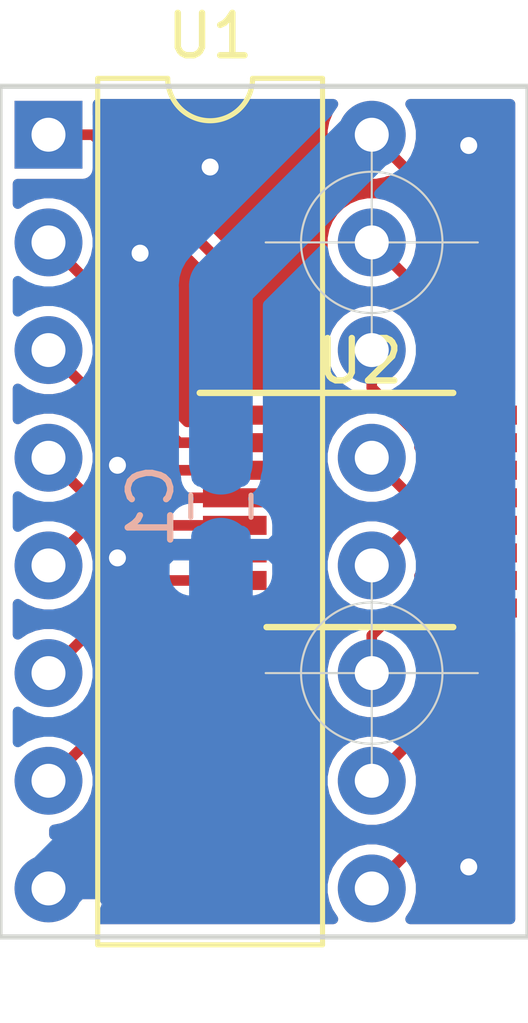
<source format=kicad_pcb>
(kicad_pcb (version 20171130) (host pcbnew "(5.1.5)-3")

  (general
    (thickness 1.6)
    (drawings 6)
    (tracks 59)
    (zones 0)
    (modules 3)
    (nets 17)
  )

  (page A4)
  (layers
    (0 F.Cu signal)
    (31 B.Cu signal)
    (32 B.Adhes user hide)
    (33 F.Adhes user hide)
    (34 B.Paste user hide)
    (35 F.Paste user hide)
    (36 B.SilkS user)
    (37 F.SilkS user)
    (38 B.Mask user hide)
    (39 F.Mask user hide)
    (40 Dwgs.User user hide)
    (41 Cmts.User user hide)
    (42 Eco1.User user hide)
    (43 Eco2.User user hide)
    (44 Edge.Cuts user hide)
    (45 Margin user hide)
    (46 B.CrtYd user)
    (47 F.CrtYd user)
    (48 B.Fab user)
    (49 F.Fab user)
  )

  (setup
    (last_trace_width 0.25)
    (user_trace_width 0.6)
    (user_trace_width 1.5)
    (trace_clearance 0.2)
    (zone_clearance 0.239)
    (zone_45_only no)
    (trace_min 0.2)
    (via_size 0.8)
    (via_drill 0.4)
    (via_min_size 0.4)
    (via_min_drill 0.3)
    (uvia_size 0.3)
    (uvia_drill 0.1)
    (uvias_allowed no)
    (uvia_min_size 0.2)
    (uvia_min_drill 0.1)
    (edge_width 0.05)
    (segment_width 0.2)
    (pcb_text_width 0.3)
    (pcb_text_size 1.5 1.5)
    (mod_edge_width 0.12)
    (mod_text_size 1 1)
    (mod_text_width 0.15)
    (pad_size 1.524 1.524)
    (pad_drill 0.762)
    (pad_to_mask_clearance 0.051)
    (solder_mask_min_width 0.25)
    (aux_axis_origin 114.3 78.74)
    (visible_elements 7FFFFFFF)
    (pcbplotparams
      (layerselection 0x010f0_ffffffff)
      (usegerberextensions false)
      (usegerberattributes false)
      (usegerberadvancedattributes false)
      (creategerberjobfile false)
      (excludeedgelayer true)
      (linewidth 0.100000)
      (plotframeref false)
      (viasonmask false)
      (mode 1)
      (useauxorigin false)
      (hpglpennumber 1)
      (hpglpenspeed 20)
      (hpglpendiameter 15.000000)
      (psnegative false)
      (psa4output false)
      (plotreference true)
      (plotvalue true)
      (plotinvisibletext false)
      (padsonsilk false)
      (subtractmaskfromsilk false)
      (outputformat 1)
      (mirror false)
      (drillshape 0)
      (scaleselection 1)
      (outputdirectory "gerber/"))
  )

  (net 0 "")
  (net 1 "Net-(U1-Pad1)")
  (net 2 "Net-(U1-Pad2)")
  (net 3 "Net-(U1-Pad9)")
  (net 4 "Net-(U1-Pad3)")
  (net 5 "Net-(U1-Pad10)")
  (net 6 "Net-(U1-Pad4)")
  (net 7 "Net-(U1-Pad11)")
  (net 8 "Net-(U1-Pad5)")
  (net 9 "Net-(U1-Pad12)")
  (net 10 "Net-(U1-Pad6)")
  (net 11 "Net-(U1-Pad13)")
  (net 12 "Net-(C1-Pad1)")
  (net 13 "Net-(U1-Pad14)")
  (net 14 "Net-(U1-Pad7)")
  (net 15 "Net-(U1-Pad15)")
  (net 16 GND)

  (net_class Default "This is the default net class."
    (clearance 0.2)
    (trace_width 0.25)
    (via_dia 0.8)
    (via_drill 0.4)
    (uvia_dia 0.3)
    (uvia_drill 0.1)
    (add_net GND)
    (add_net "Net-(C1-Pad1)")
    (add_net "Net-(U1-Pad1)")
    (add_net "Net-(U1-Pad10)")
    (add_net "Net-(U1-Pad11)")
    (add_net "Net-(U1-Pad12)")
    (add_net "Net-(U1-Pad13)")
    (add_net "Net-(U1-Pad14)")
    (add_net "Net-(U1-Pad15)")
    (add_net "Net-(U1-Pad2)")
    (add_net "Net-(U1-Pad3)")
    (add_net "Net-(U1-Pad4)")
    (add_net "Net-(U1-Pad5)")
    (add_net "Net-(U1-Pad6)")
    (add_net "Net-(U1-Pad7)")
    (add_net "Net-(U1-Pad9)")
  )

  (module Capacitor_SMD:C_0805_2012Metric_Pad1.15x1.40mm_HandSolder (layer B.Cu) (tedit 5B36C52B) (tstamp 5EF1BE3E)
    (at 110.744 79.883 270)
    (descr "Capacitor SMD 0805 (2012 Metric), square (rectangular) end terminal, IPC_7351 nominal with elongated pad for handsoldering. (Body size source: https://docs.google.com/spreadsheets/d/1BsfQQcO9C6DZCsRaXUlFlo91Tg2WpOkGARC1WS5S8t0/edit?usp=sharing), generated with kicad-footprint-generator")
    (tags "capacitor handsolder")
    (path /7C524249)
    (attr smd)
    (fp_text reference C1 (at 0 1.65 90) (layer B.SilkS)
      (effects (font (size 1 1) (thickness 0.15)) (justify mirror))
    )
    (fp_text value 100n (at 0 -1.65 90) (layer B.Fab)
      (effects (font (size 1 1) (thickness 0.15)) (justify mirror))
    )
    (fp_line (start -1 -0.6) (end -1 0.6) (layer B.Fab) (width 0.1))
    (fp_line (start -1 0.6) (end 1 0.6) (layer B.Fab) (width 0.1))
    (fp_line (start 1 0.6) (end 1 -0.6) (layer B.Fab) (width 0.1))
    (fp_line (start 1 -0.6) (end -1 -0.6) (layer B.Fab) (width 0.1))
    (fp_line (start -0.261252 0.71) (end 0.261252 0.71) (layer B.SilkS) (width 0.12))
    (fp_line (start -0.261252 -0.71) (end 0.261252 -0.71) (layer B.SilkS) (width 0.12))
    (fp_line (start -1.85 -0.95) (end -1.85 0.95) (layer B.CrtYd) (width 0.05))
    (fp_line (start -1.85 0.95) (end 1.85 0.95) (layer B.CrtYd) (width 0.05))
    (fp_line (start 1.85 0.95) (end 1.85 -0.95) (layer B.CrtYd) (width 0.05))
    (fp_line (start 1.85 -0.95) (end -1.85 -0.95) (layer B.CrtYd) (width 0.05))
    (fp_text user %R (at 0 0 90) (layer B.Fab)
      (effects (font (size 0.5 0.5) (thickness 0.08)) (justify mirror))
    )
    (pad 1 smd roundrect (at -1.025 0 270) (size 1.15 1.4) (layers B.Cu B.Paste B.Mask) (roundrect_rratio 0.217391)
      (net 12 "Net-(C1-Pad1)"))
    (pad 2 smd roundrect (at 1.025 0 270) (size 1.15 1.4) (layers B.Cu B.Paste B.Mask) (roundrect_rratio 0.217391)
      (net 16 GND))
    (model ${KISYS3DMOD}/Capacitor_SMD.3dshapes/C_0805_2012Metric.wrl
      (at (xyz 0 0 0))
      (scale (xyz 1 1 1))
      (rotate (xyz 0 0 0))
    )
  )

  (module Package_DIP:DIP-16_W7.62mm (layer F.Cu) (tedit 5A02E8C5) (tstamp 5EF1BE62)
    (at 106.68 71.12)
    (descr "16-lead though-hole mounted DIP package, row spacing 7.62 mm (300 mils)")
    (tags "THT DIP DIL PDIP 2.54mm 7.62mm 300mil")
    (path /5EF1BAFC)
    (fp_text reference U1 (at 3.81 -2.33) (layer F.SilkS)
      (effects (font (size 1 1) (thickness 0.15)))
    )
    (fp_text value 74LS138 (at 3.81 20.11) (layer F.Fab)
      (effects (font (size 1 1) (thickness 0.15)))
    )
    (fp_arc (start 3.81 -1.33) (end 2.81 -1.33) (angle -180) (layer F.SilkS) (width 0.12))
    (fp_line (start 1.635 -1.27) (end 6.985 -1.27) (layer F.Fab) (width 0.1))
    (fp_line (start 6.985 -1.27) (end 6.985 19.05) (layer F.Fab) (width 0.1))
    (fp_line (start 6.985 19.05) (end 0.635 19.05) (layer F.Fab) (width 0.1))
    (fp_line (start 0.635 19.05) (end 0.635 -0.27) (layer F.Fab) (width 0.1))
    (fp_line (start 0.635 -0.27) (end 1.635 -1.27) (layer F.Fab) (width 0.1))
    (fp_line (start 2.81 -1.33) (end 1.16 -1.33) (layer F.SilkS) (width 0.12))
    (fp_line (start 1.16 -1.33) (end 1.16 19.11) (layer F.SilkS) (width 0.12))
    (fp_line (start 1.16 19.11) (end 6.46 19.11) (layer F.SilkS) (width 0.12))
    (fp_line (start 6.46 19.11) (end 6.46 -1.33) (layer F.SilkS) (width 0.12))
    (fp_line (start 6.46 -1.33) (end 4.81 -1.33) (layer F.SilkS) (width 0.12))
    (fp_line (start -1.1 -1.55) (end -1.1 19.3) (layer F.CrtYd) (width 0.05))
    (fp_line (start -1.1 19.3) (end 8.7 19.3) (layer F.CrtYd) (width 0.05))
    (fp_line (start 8.7 19.3) (end 8.7 -1.55) (layer F.CrtYd) (width 0.05))
    (fp_line (start 8.7 -1.55) (end -1.1 -1.55) (layer F.CrtYd) (width 0.05))
    (fp_text user %R (at 3.81 8.89) (layer F.Fab)
      (effects (font (size 1 1) (thickness 0.15)))
    )
    (pad 1 thru_hole rect (at 0 0) (size 1.6 1.6) (drill 0.8) (layers *.Cu *.Mask)
      (net 1 "Net-(U1-Pad1)"))
    (pad 9 thru_hole oval (at 7.62 17.78) (size 1.6 1.6) (drill 0.8) (layers *.Cu *.Mask)
      (net 3 "Net-(U1-Pad9)"))
    (pad 2 thru_hole oval (at 0 2.54) (size 1.6 1.6) (drill 0.8) (layers *.Cu *.Mask)
      (net 2 "Net-(U1-Pad2)"))
    (pad 10 thru_hole oval (at 7.62 15.24) (size 1.6 1.6) (drill 0.8) (layers *.Cu *.Mask)
      (net 5 "Net-(U1-Pad10)"))
    (pad 3 thru_hole oval (at 0 5.08) (size 1.6 1.6) (drill 0.8) (layers *.Cu *.Mask)
      (net 4 "Net-(U1-Pad3)"))
    (pad 11 thru_hole oval (at 7.62 12.7) (size 1.6 1.6) (drill 0.8) (layers *.Cu *.Mask)
      (net 7 "Net-(U1-Pad11)"))
    (pad 4 thru_hole oval (at 0 7.62) (size 1.6 1.6) (drill 0.8) (layers *.Cu *.Mask)
      (net 6 "Net-(U1-Pad4)"))
    (pad 12 thru_hole oval (at 7.62 10.16) (size 1.6 1.6) (drill 0.8) (layers *.Cu *.Mask)
      (net 9 "Net-(U1-Pad12)"))
    (pad 5 thru_hole oval (at 0 10.16) (size 1.6 1.6) (drill 0.8) (layers *.Cu *.Mask)
      (net 8 "Net-(U1-Pad5)"))
    (pad 13 thru_hole oval (at 7.62 7.62) (size 1.6 1.6) (drill 0.8) (layers *.Cu *.Mask)
      (net 11 "Net-(U1-Pad13)"))
    (pad 6 thru_hole oval (at 0 12.7) (size 1.6 1.6) (drill 0.8) (layers *.Cu *.Mask)
      (net 10 "Net-(U1-Pad6)"))
    (pad 14 thru_hole oval (at 7.62 5.08) (size 1.6 1.6) (drill 0.8) (layers *.Cu *.Mask)
      (net 13 "Net-(U1-Pad14)"))
    (pad 7 thru_hole oval (at 0 15.24) (size 1.6 1.6) (drill 0.8) (layers *.Cu *.Mask)
      (net 14 "Net-(U1-Pad7)"))
    (pad 15 thru_hole oval (at 7.62 2.54) (size 1.6 1.6) (drill 0.8) (layers *.Cu *.Mask)
      (net 15 "Net-(U1-Pad15)"))
    (pad 8 thru_hole oval (at 0 17.78) (size 1.6 1.6) (drill 0.8) (layers *.Cu *.Mask)
      (net 16 GND))
    (pad 16 thru_hole oval (at 7.62 0) (size 1.6 1.6) (drill 0.8) (layers *.Cu *.Mask)
      (net 12 "Net-(C1-Pad1)"))
    (model ${KISYS3DMOD}/Package_DIP.3dshapes/DIP-16_W7.62mm.wrl
      (at (xyz 0 0 0))
      (scale (xyz 1 1 1))
      (rotate (xyz 0 0 0))
    )
  )

  (module Package_SO:TSSOP-16_4.4x5mm_P0.65mm (layer F.Cu) (tedit 5A02F25C) (tstamp 5EF1BE82)
    (at 114.0206 80.01)
    (descr "16-Lead Plastic Thin Shrink Small Outline (ST)-4.4 mm Body [TSSOP] (see Microchip Packaging Specification 00000049BS.pdf)")
    (tags "SSOP 0.65")
    (path /5EF1DD9F)
    (attr smd)
    (fp_text reference U2 (at 0 -3.55) (layer F.SilkS)
      (effects (font (size 1 1) (thickness 0.15)))
    )
    (fp_text value 74LS138 (at 0 3.55) (layer F.Fab)
      (effects (font (size 1 1) (thickness 0.15)))
    )
    (fp_line (start -1.2 -2.5) (end 2.2 -2.5) (layer F.Fab) (width 0.15))
    (fp_line (start 2.2 -2.5) (end 2.2 2.5) (layer F.Fab) (width 0.15))
    (fp_line (start 2.2 2.5) (end -2.2 2.5) (layer F.Fab) (width 0.15))
    (fp_line (start -2.2 2.5) (end -2.2 -1.5) (layer F.Fab) (width 0.15))
    (fp_line (start -2.2 -1.5) (end -1.2 -2.5) (layer F.Fab) (width 0.15))
    (fp_line (start -3.95 -2.9) (end -3.95 2.8) (layer F.CrtYd) (width 0.05))
    (fp_line (start 3.95 -2.9) (end 3.95 2.8) (layer F.CrtYd) (width 0.05))
    (fp_line (start -3.95 -2.9) (end 3.95 -2.9) (layer F.CrtYd) (width 0.05))
    (fp_line (start -3.95 2.8) (end 3.95 2.8) (layer F.CrtYd) (width 0.05))
    (fp_line (start -2.2 2.725) (end 2.2 2.725) (layer F.SilkS) (width 0.15))
    (fp_line (start -3.775 -2.8) (end 2.2 -2.8) (layer F.SilkS) (width 0.15))
    (fp_text user %R (at 0 0) (layer F.Fab)
      (effects (font (size 0.8 0.8) (thickness 0.15)))
    )
    (pad 1 smd rect (at -2.95 -2.275) (size 1.5 0.45) (layers F.Cu F.Paste F.Mask)
      (net 1 "Net-(U1-Pad1)"))
    (pad 2 smd rect (at -2.95 -1.625) (size 1.5 0.45) (layers F.Cu F.Paste F.Mask)
      (net 2 "Net-(U1-Pad2)"))
    (pad 3 smd rect (at -2.95 -0.975) (size 1.5 0.45) (layers F.Cu F.Paste F.Mask)
      (net 4 "Net-(U1-Pad3)"))
    (pad 4 smd rect (at -2.95 -0.325) (size 1.5 0.45) (layers F.Cu F.Paste F.Mask)
      (net 6 "Net-(U1-Pad4)"))
    (pad 5 smd rect (at -2.95 0.325) (size 1.5 0.45) (layers F.Cu F.Paste F.Mask)
      (net 8 "Net-(U1-Pad5)"))
    (pad 6 smd rect (at -2.95 0.975) (size 1.5 0.45) (layers F.Cu F.Paste F.Mask)
      (net 10 "Net-(U1-Pad6)"))
    (pad 7 smd rect (at -2.95 1.625) (size 1.5 0.45) (layers F.Cu F.Paste F.Mask)
      (net 14 "Net-(U1-Pad7)"))
    (pad 8 smd rect (at -2.95 2.275) (size 1.5 0.45) (layers F.Cu F.Paste F.Mask)
      (net 16 GND))
    (pad 9 smd rect (at 2.95 2.275) (size 1.5 0.45) (layers F.Cu F.Paste F.Mask)
      (net 3 "Net-(U1-Pad9)"))
    (pad 10 smd rect (at 2.95 1.625) (size 1.5 0.45) (layers F.Cu F.Paste F.Mask)
      (net 5 "Net-(U1-Pad10)"))
    (pad 11 smd rect (at 2.95 0.975) (size 1.5 0.45) (layers F.Cu F.Paste F.Mask)
      (net 7 "Net-(U1-Pad11)"))
    (pad 12 smd rect (at 2.95 0.325) (size 1.5 0.45) (layers F.Cu F.Paste F.Mask)
      (net 9 "Net-(U1-Pad12)"))
    (pad 13 smd rect (at 2.95 -0.325) (size 1.5 0.45) (layers F.Cu F.Paste F.Mask)
      (net 11 "Net-(U1-Pad13)"))
    (pad 14 smd rect (at 2.95 -0.975) (size 1.5 0.45) (layers F.Cu F.Paste F.Mask)
      (net 13 "Net-(U1-Pad14)"))
    (pad 15 smd rect (at 2.95 -1.625) (size 1.5 0.45) (layers F.Cu F.Paste F.Mask)
      (net 15 "Net-(U1-Pad15)"))
    (pad 16 smd rect (at 2.95 -2.275) (size 1.5 0.45) (layers F.Cu F.Paste F.Mask)
      (net 12 "Net-(C1-Pad1)"))
    (model ${KISYS3DMOD}/Package_SO.3dshapes/TSSOP-16_4.4x5mm_P0.65mm.wrl
      (at (xyz 0 0 0))
      (scale (xyz 1 1 1))
      (rotate (xyz 0 0 0))
    )
  )

  (target plus (at 114.3 83.82) (size 5) (width 0.05) (layer Edge.Cuts) (tstamp 5EDEE61A))
  (target plus (at 114.3 73.66) (size 5) (width 0.05) (layer Edge.Cuts))
  (gr_line (start 117.983 90.043) (end 117.983 69.977) (layer Edge.Cuts) (width 0.12) (tstamp 5EDD24B3))
  (gr_line (start 105.537 90.043) (end 117.983 90.043) (layer Edge.Cuts) (width 0.12))
  (gr_line (start 105.537 69.977) (end 105.537 90.043) (layer Edge.Cuts) (width 0.12))
  (gr_line (start 117.983 69.977) (end 105.537 69.977) (layer Edge.Cuts) (width 0.12))

  (segment (start 107.73 71.12) (end 106.68 71.12) (width 0.25) (layer F.Cu) (net 1) (status 20))
  (segment (start 111.0706 74.4606) (end 107.73 71.12) (width 0.25) (layer F.Cu) (net 1))
  (segment (start 111.0706 77.735) (end 111.0706 74.4606) (width 0.25) (layer F.Cu) (net 1) (status 10))
  (segment (start 108.204 75.184) (end 106.68 73.66) (width 0.25) (layer F.Cu) (net 2) (status 20))
  (segment (start 108.204 76.835) (end 108.204 75.184) (width 0.25) (layer F.Cu) (net 2))
  (segment (start 111.0706 78.385) (end 109.754 78.385) (width 0.25) (layer F.Cu) (net 2) (status 10))
  (segment (start 109.754 78.385) (end 108.204 76.835) (width 0.25) (layer F.Cu) (net 2))
  (segment (start 116.9706 86.2294) (end 114.3 88.9) (width 0.25) (layer F.Cu) (net 3) (status 20))
  (segment (start 116.9706 82.285) (end 116.9706 86.2294) (width 0.25) (layer F.Cu) (net 3) (status 10))
  (segment (start 109.515 79.035) (end 106.68 76.2) (width 0.25) (layer F.Cu) (net 4) (status 20))
  (segment (start 111.0706 79.035) (end 109.515 79.035) (width 0.25) (layer F.Cu) (net 4) (status 10))
  (segment (start 115.875011 81.863989) (end 115.875011 84.784989) (width 0.25) (layer F.Cu) (net 5))
  (segment (start 116.9706 81.635) (end 116.104 81.635) (width 0.25) (layer F.Cu) (net 5) (status 10))
  (segment (start 115.875011 84.784989) (end 114.3 86.36) (width 0.25) (layer F.Cu) (net 5) (status 20))
  (segment (start 116.104 81.635) (end 115.875011 81.863989) (width 0.25) (layer F.Cu) (net 5))
  (segment (start 107.625 79.685) (end 106.68 78.74) (width 0.25) (layer F.Cu) (net 6) (status 20))
  (segment (start 111.0706 79.685) (end 107.625 79.685) (width 0.25) (layer F.Cu) (net 6) (status 10))
  (segment (start 114.3 82.931) (end 114.3 83.82) (width 0.25) (layer F.Cu) (net 7) (status 20))
  (segment (start 115.425001 81.530599) (end 115.425001 81.805999) (width 0.25) (layer F.Cu) (net 7))
  (segment (start 116.9706 80.985) (end 115.9706 80.985) (width 0.25) (layer F.Cu) (net 7) (status 10))
  (segment (start 115.425001 81.805999) (end 114.3 82.931) (width 0.25) (layer F.Cu) (net 7))
  (segment (start 115.9706 80.985) (end 115.425001 81.530599) (width 0.25) (layer F.Cu) (net 7))
  (segment (start 107.625 80.335) (end 106.68 81.28) (width 0.25) (layer F.Cu) (net 8) (status 20))
  (segment (start 111.0706 80.335) (end 107.625 80.335) (width 0.25) (layer F.Cu) (net 8) (status 10))
  (segment (start 115.245 80.335) (end 114.3 81.28) (width 0.25) (layer F.Cu) (net 9) (status 20))
  (segment (start 116.9706 80.335) (end 115.245 80.335) (width 0.25) (layer F.Cu) (net 9) (status 10))
  (segment (start 109.515 80.985) (end 106.68 83.82) (width 0.25) (layer F.Cu) (net 10) (status 20))
  (segment (start 111.0706 80.985) (end 109.515 80.985) (width 0.25) (layer F.Cu) (net 10) (status 10))
  (segment (start 115.245 79.685) (end 114.3 78.74) (width 0.25) (layer F.Cu) (net 11) (status 20))
  (segment (start 116.9706 79.685) (end 115.245 79.685) (width 0.25) (layer F.Cu) (net 11) (status 10))
  (segment (start 116.9706 73.7906) (end 114.3 71.12) (width 0.25) (layer F.Cu) (net 12) (status 20))
  (segment (start 116.9706 77.735) (end 116.9706 73.7906) (width 0.25) (layer F.Cu) (net 12) (status 10))
  (segment (start 110.744 74.676) (end 114.3 71.12) (width 1.5) (layer B.Cu) (net 12) (status 20))
  (segment (start 110.744 78.858) (end 110.744 74.676) (width 1.5) (layer B.Cu) (net 12) (status 10))
  (segment (start 115.425001 78.489401) (end 115.425001 78.239401) (width 0.25) (layer F.Cu) (net 13))
  (segment (start 116.9706 79.035) (end 115.9706 79.035) (width 0.25) (layer F.Cu) (net 13) (status 10))
  (segment (start 115.9706 79.035) (end 115.425001 78.489401) (width 0.25) (layer F.Cu) (net 13))
  (segment (start 115.425001 78.239401) (end 114.554 77.3684) (width 0.25) (layer F.Cu) (net 13))
  (segment (start 114.554 77.3684) (end 114.554 77.343) (width 0.25) (layer F.Cu) (net 13))
  (segment (start 114.554 77.343) (end 114.3 77.089) (width 0.25) (layer F.Cu) (net 13))
  (segment (start 114.3 77.089) (end 114.3 76.2) (width 0.25) (layer F.Cu) (net 13) (status 20))
  (segment (start 108.331 84.709) (end 106.68 86.36) (width 0.25) (layer F.Cu) (net 14) (status 20))
  (segment (start 111.0706 81.635) (end 109.50141 81.635) (width 0.25) (layer F.Cu) (net 14) (status 10))
  (segment (start 108.331 82.80541) (end 108.331 84.709) (width 0.25) (layer F.Cu) (net 14))
  (segment (start 109.50141 81.635) (end 108.331 82.80541) (width 0.25) (layer F.Cu) (net 14))
  (segment (start 115.875011 75.235011) (end 114.3 73.66) (width 0.25) (layer F.Cu) (net 15) (status 20))
  (segment (start 115.875011 78.1558) (end 115.875011 75.235011) (width 0.25) (layer F.Cu) (net 15))
  (segment (start 116.104211 78.385) (end 115.875011 78.1558) (width 0.25) (layer F.Cu) (net 15))
  (segment (start 116.9706 78.385) (end 116.104211 78.385) (width 0.25) (layer F.Cu) (net 15) (status 10))
  (segment (start 111.0706 84.5094) (end 106.68 88.9) (width 0.25) (layer F.Cu) (net 16) (status 20))
  (segment (start 111.0706 82.285) (end 111.0706 84.5094) (width 0.25) (layer F.Cu) (net 16) (status 10))
  (segment (start 110.744 84.836) (end 110.744 80.908) (width 1.5) (layer B.Cu) (net 16) (status 20))
  (segment (start 106.68 88.9) (end 110.744 84.836) (width 1.5) (layer B.Cu) (net 16) (status 10))
  (via (at 110.49 71.882) (size 0.8) (drill 0.4) (layers F.Cu B.Cu) (net 16))
  (via (at 108.839 73.914) (size 0.8) (drill 0.4) (layers F.Cu B.Cu) (net 16))
  (via (at 116.586 88.392) (size 0.8) (drill 0.4) (layers F.Cu B.Cu) (net 16))
  (via (at 116.586 71.374) (size 0.8) (drill 0.4) (layers F.Cu B.Cu) (net 16))
  (via (at 108.3056 81.1022) (size 0.8) (drill 0.4) (layers F.Cu B.Cu) (net 16))
  (via (at 108.3056 78.9178) (size 0.8) (drill 0.4) (layers F.Cu B.Cu) (net 16))

  (zone (net 16) (net_name GND) (layer B.Cu) (tstamp 5EF1C57F) (hatch edge 0.508)
    (connect_pads (clearance 0.239))
    (min_thickness 0.239)
    (fill yes (arc_segments 32) (thermal_gap 0.508) (thermal_bridge_width 0.508))
    (polygon
      (pts
        (xy 117.983 90.043) (xy 105.537 90.043) (xy 105.537 69.977) (xy 117.983 69.977)
      )
    )
    (filled_polygon
      (pts
        (xy 113.273351 70.571245) (xy 113.267872 70.584472) (xy 109.998679 73.853667) (xy 109.956381 73.88838) (xy 109.866482 73.997922)
        (xy 109.817857 74.057172) (xy 109.714925 74.249744) (xy 109.65154 74.458697) (xy 109.630138 74.676) (xy 109.635501 74.730452)
        (xy 109.6355 78.912449) (xy 109.65154 79.075303) (xy 109.683766 79.181538) (xy 109.683766 79.183001) (xy 109.695491 79.302052)
        (xy 109.730217 79.416527) (xy 109.786609 79.522028) (xy 109.862499 79.614501) (xy 109.954972 79.690391) (xy 109.987897 79.70799)
        (xy 109.920989 79.71458) (xy 109.802704 79.750461) (xy 109.693693 79.808728) (xy 109.598144 79.887144) (xy 109.519728 79.982693)
        (xy 109.461461 80.091704) (xy 109.42558 80.209989) (xy 109.413464 80.333) (xy 109.4165 80.616625) (xy 109.573375 80.7735)
        (xy 110.6095 80.7735) (xy 110.6095 80.7535) (xy 110.8785 80.7535) (xy 110.8785 80.7735) (xy 111.914625 80.7735)
        (xy 112.0715 80.616625) (xy 112.074536 80.333) (xy 112.06242 80.209989) (xy 112.026539 80.091704) (xy 111.968272 79.982693)
        (xy 111.889856 79.887144) (xy 111.794307 79.808728) (xy 111.685296 79.750461) (xy 111.567011 79.71458) (xy 111.500103 79.70799)
        (xy 111.533028 79.690391) (xy 111.625501 79.614501) (xy 111.701391 79.522028) (xy 111.757783 79.416527) (xy 111.792509 79.302052)
        (xy 111.804234 79.183001) (xy 111.804234 79.181539) (xy 111.83646 79.075304) (xy 111.8525 78.91245) (xy 111.8525 78.625898)
        (xy 113.1415 78.625898) (xy 113.1415 78.854102) (xy 113.186021 79.077922) (xy 113.273351 79.288755) (xy 113.400135 79.4785)
        (xy 113.5615 79.639865) (xy 113.751245 79.766649) (xy 113.962078 79.853979) (xy 114.185898 79.8985) (xy 114.414102 79.8985)
        (xy 114.637922 79.853979) (xy 114.848755 79.766649) (xy 115.0385 79.639865) (xy 115.199865 79.4785) (xy 115.326649 79.288755)
        (xy 115.413979 79.077922) (xy 115.4585 78.854102) (xy 115.4585 78.625898) (xy 115.413979 78.402078) (xy 115.326649 78.191245)
        (xy 115.199865 78.0015) (xy 115.0385 77.840135) (xy 114.848755 77.713351) (xy 114.637922 77.626021) (xy 114.414102 77.5815)
        (xy 114.185898 77.5815) (xy 113.962078 77.626021) (xy 113.751245 77.713351) (xy 113.5615 77.840135) (xy 113.400135 78.0015)
        (xy 113.273351 78.191245) (xy 113.186021 78.402078) (xy 113.1415 78.625898) (xy 111.8525 78.625898) (xy 111.8525 76.085898)
        (xy 113.1415 76.085898) (xy 113.1415 76.314102) (xy 113.186021 76.537922) (xy 113.273351 76.748755) (xy 113.400135 76.9385)
        (xy 113.5615 77.099865) (xy 113.751245 77.226649) (xy 113.962078 77.313979) (xy 114.185898 77.3585) (xy 114.414102 77.3585)
        (xy 114.637922 77.313979) (xy 114.848755 77.226649) (xy 115.0385 77.099865) (xy 115.199865 76.9385) (xy 115.326649 76.748755)
        (xy 115.413979 76.537922) (xy 115.4585 76.314102) (xy 115.4585 76.085898) (xy 115.413979 75.862078) (xy 115.326649 75.651245)
        (xy 115.199865 75.4615) (xy 115.0385 75.300135) (xy 114.848755 75.173351) (xy 114.637922 75.086021) (xy 114.414102 75.0415)
        (xy 114.185898 75.0415) (xy 113.962078 75.086021) (xy 113.751245 75.173351) (xy 113.5615 75.300135) (xy 113.400135 75.4615)
        (xy 113.273351 75.651245) (xy 113.186021 75.862078) (xy 113.1415 76.085898) (xy 111.8525 76.085898) (xy 111.8525 75.135154)
        (xy 113.153454 73.8342) (xy 113.186021 73.997922) (xy 113.273351 74.208755) (xy 113.400135 74.3985) (xy 113.5615 74.559865)
        (xy 113.751245 74.686649) (xy 113.962078 74.773979) (xy 114.185898 74.8185) (xy 114.414102 74.8185) (xy 114.637922 74.773979)
        (xy 114.848755 74.686649) (xy 115.0385 74.559865) (xy 115.199865 74.3985) (xy 115.326649 74.208755) (xy 115.413979 73.997922)
        (xy 115.4585 73.774102) (xy 115.4585 73.545898) (xy 115.413979 73.322078) (xy 115.326649 73.111245) (xy 115.199865 72.9215)
        (xy 115.0385 72.760135) (xy 114.848755 72.633351) (xy 114.637922 72.546021) (xy 114.474201 72.513455) (xy 114.835528 72.152128)
        (xy 114.848755 72.146649) (xy 115.0385 72.019865) (xy 115.199865 71.8585) (xy 115.326649 71.668755) (xy 115.413979 71.457922)
        (xy 115.4585 71.234102) (xy 115.4585 71.005898) (xy 115.413979 70.782078) (xy 115.326649 70.571245) (xy 115.20922 70.3955)
        (xy 117.564501 70.3955) (xy 117.5645 89.6245) (xy 115.20922 89.6245) (xy 115.326649 89.448755) (xy 115.413979 89.237922)
        (xy 115.4585 89.014102) (xy 115.4585 88.785898) (xy 115.413979 88.562078) (xy 115.326649 88.351245) (xy 115.199865 88.1615)
        (xy 115.0385 88.000135) (xy 114.848755 87.873351) (xy 114.637922 87.786021) (xy 114.414102 87.7415) (xy 114.185898 87.7415)
        (xy 113.962078 87.786021) (xy 113.751245 87.873351) (xy 113.5615 88.000135) (xy 113.400135 88.1615) (xy 113.273351 88.351245)
        (xy 113.186021 88.562078) (xy 113.1415 88.785898) (xy 113.1415 89.014102) (xy 113.186021 89.237922) (xy 113.273351 89.448755)
        (xy 113.39078 89.6245) (xy 107.909738 89.6245) (xy 108.026922 89.372836) (xy 108.062613 89.255161) (xy 107.943486 89.0345)
        (xy 106.8145 89.0345) (xy 106.8145 89.0545) (xy 106.5455 89.0545) (xy 106.5455 89.0345) (xy 106.5255 89.0345)
        (xy 106.5255 88.7655) (xy 106.5455 88.7655) (xy 106.5455 88.7455) (xy 106.8145 88.7455) (xy 106.8145 88.7655)
        (xy 107.943486 88.7655) (xy 108.062613 88.544839) (xy 108.026922 88.427164) (xy 107.908796 88.173478) (xy 107.743448 87.947712)
        (xy 107.537232 87.758542) (xy 107.298073 87.613237) (xy 107.035162 87.517382) (xy 106.814502 87.635719) (xy 106.814502 87.514442)
        (xy 107.017922 87.473979) (xy 107.228755 87.386649) (xy 107.4185 87.259865) (xy 107.579865 87.0985) (xy 107.706649 86.908755)
        (xy 107.793979 86.697922) (xy 107.8385 86.474102) (xy 107.8385 86.245898) (xy 113.1415 86.245898) (xy 113.1415 86.474102)
        (xy 113.186021 86.697922) (xy 113.273351 86.908755) (xy 113.400135 87.0985) (xy 113.5615 87.259865) (xy 113.751245 87.386649)
        (xy 113.962078 87.473979) (xy 114.185898 87.5185) (xy 114.414102 87.5185) (xy 114.637922 87.473979) (xy 114.848755 87.386649)
        (xy 115.0385 87.259865) (xy 115.199865 87.0985) (xy 115.326649 86.908755) (xy 115.413979 86.697922) (xy 115.4585 86.474102)
        (xy 115.4585 86.245898) (xy 115.413979 86.022078) (xy 115.326649 85.811245) (xy 115.199865 85.6215) (xy 115.0385 85.460135)
        (xy 114.848755 85.333351) (xy 114.637922 85.246021) (xy 114.414102 85.2015) (xy 114.185898 85.2015) (xy 113.962078 85.246021)
        (xy 113.751245 85.333351) (xy 113.5615 85.460135) (xy 113.400135 85.6215) (xy 113.273351 85.811245) (xy 113.186021 86.022078)
        (xy 113.1415 86.245898) (xy 107.8385 86.245898) (xy 107.793979 86.022078) (xy 107.706649 85.811245) (xy 107.579865 85.6215)
        (xy 107.4185 85.460135) (xy 107.228755 85.333351) (xy 107.017922 85.246021) (xy 106.794102 85.2015) (xy 106.565898 85.2015)
        (xy 106.342078 85.246021) (xy 106.131245 85.333351) (xy 105.9555 85.45078) (xy 105.9555 84.72922) (xy 106.131245 84.846649)
        (xy 106.342078 84.933979) (xy 106.565898 84.9785) (xy 106.794102 84.9785) (xy 107.017922 84.933979) (xy 107.228755 84.846649)
        (xy 107.4185 84.719865) (xy 107.579865 84.5585) (xy 107.706649 84.368755) (xy 107.793979 84.157922) (xy 107.8385 83.934102)
        (xy 107.8385 83.705898) (xy 113.1415 83.705898) (xy 113.1415 83.934102) (xy 113.186021 84.157922) (xy 113.273351 84.368755)
        (xy 113.400135 84.5585) (xy 113.5615 84.719865) (xy 113.751245 84.846649) (xy 113.962078 84.933979) (xy 114.185898 84.9785)
        (xy 114.414102 84.9785) (xy 114.637922 84.933979) (xy 114.848755 84.846649) (xy 115.0385 84.719865) (xy 115.199865 84.5585)
        (xy 115.326649 84.368755) (xy 115.413979 84.157922) (xy 115.4585 83.934102) (xy 115.4585 83.705898) (xy 115.413979 83.482078)
        (xy 115.326649 83.271245) (xy 115.199865 83.0815) (xy 115.0385 82.920135) (xy 114.848755 82.793351) (xy 114.637922 82.706021)
        (xy 114.414102 82.6615) (xy 114.185898 82.6615) (xy 113.962078 82.706021) (xy 113.751245 82.793351) (xy 113.5615 82.920135)
        (xy 113.400135 83.0815) (xy 113.273351 83.271245) (xy 113.186021 83.482078) (xy 113.1415 83.705898) (xy 107.8385 83.705898)
        (xy 107.793979 83.482078) (xy 107.706649 83.271245) (xy 107.579865 83.0815) (xy 107.4185 82.920135) (xy 107.228755 82.793351)
        (xy 107.017922 82.706021) (xy 106.794102 82.6615) (xy 106.565898 82.6615) (xy 106.342078 82.706021) (xy 106.131245 82.793351)
        (xy 105.9555 82.91078) (xy 105.9555 82.18922) (xy 106.131245 82.306649) (xy 106.342078 82.393979) (xy 106.565898 82.4385)
        (xy 106.794102 82.4385) (xy 107.017922 82.393979) (xy 107.228755 82.306649) (xy 107.4185 82.179865) (xy 107.579865 82.0185)
        (xy 107.706649 81.828755) (xy 107.793979 81.617922) (xy 107.820816 81.483) (xy 109.413464 81.483) (xy 109.42558 81.606011)
        (xy 109.461461 81.724296) (xy 109.519728 81.833307) (xy 109.598144 81.928856) (xy 109.693693 82.007272) (xy 109.802704 82.065539)
        (xy 109.920989 82.10142) (xy 110.044 82.113536) (xy 110.452625 82.1105) (xy 110.6095 81.953625) (xy 110.6095 81.0425)
        (xy 110.8785 81.0425) (xy 110.8785 81.953625) (xy 111.035375 82.1105) (xy 111.444 82.113536) (xy 111.567011 82.10142)
        (xy 111.685296 82.065539) (xy 111.794307 82.007272) (xy 111.889856 81.928856) (xy 111.968272 81.833307) (xy 112.026539 81.724296)
        (xy 112.06242 81.606011) (xy 112.074536 81.483) (xy 112.0715 81.199375) (xy 112.038023 81.165898) (xy 113.1415 81.165898)
        (xy 113.1415 81.394102) (xy 113.186021 81.617922) (xy 113.273351 81.828755) (xy 113.400135 82.0185) (xy 113.5615 82.179865)
        (xy 113.751245 82.306649) (xy 113.962078 82.393979) (xy 114.185898 82.4385) (xy 114.414102 82.4385) (xy 114.637922 82.393979)
        (xy 114.848755 82.306649) (xy 115.0385 82.179865) (xy 115.199865 82.0185) (xy 115.326649 81.828755) (xy 115.413979 81.617922)
        (xy 115.4585 81.394102) (xy 115.4585 81.165898) (xy 115.413979 80.942078) (xy 115.326649 80.731245) (xy 115.199865 80.5415)
        (xy 115.0385 80.380135) (xy 114.848755 80.253351) (xy 114.637922 80.166021) (xy 114.414102 80.1215) (xy 114.185898 80.1215)
        (xy 113.962078 80.166021) (xy 113.751245 80.253351) (xy 113.5615 80.380135) (xy 113.400135 80.5415) (xy 113.273351 80.731245)
        (xy 113.186021 80.942078) (xy 113.1415 81.165898) (xy 112.038023 81.165898) (xy 111.914625 81.0425) (xy 110.8785 81.0425)
        (xy 110.6095 81.0425) (xy 109.573375 81.0425) (xy 109.4165 81.199375) (xy 109.413464 81.483) (xy 107.820816 81.483)
        (xy 107.8385 81.394102) (xy 107.8385 81.165898) (xy 107.793979 80.942078) (xy 107.706649 80.731245) (xy 107.579865 80.5415)
        (xy 107.4185 80.380135) (xy 107.228755 80.253351) (xy 107.017922 80.166021) (xy 106.794102 80.1215) (xy 106.565898 80.1215)
        (xy 106.342078 80.166021) (xy 106.131245 80.253351) (xy 105.9555 80.37078) (xy 105.9555 79.64922) (xy 106.131245 79.766649)
        (xy 106.342078 79.853979) (xy 106.565898 79.8985) (xy 106.794102 79.8985) (xy 107.017922 79.853979) (xy 107.228755 79.766649)
        (xy 107.4185 79.639865) (xy 107.579865 79.4785) (xy 107.706649 79.288755) (xy 107.793979 79.077922) (xy 107.8385 78.854102)
        (xy 107.8385 78.625898) (xy 107.793979 78.402078) (xy 107.706649 78.191245) (xy 107.579865 78.0015) (xy 107.4185 77.840135)
        (xy 107.228755 77.713351) (xy 107.017922 77.626021) (xy 106.794102 77.5815) (xy 106.565898 77.5815) (xy 106.342078 77.626021)
        (xy 106.131245 77.713351) (xy 105.9555 77.83078) (xy 105.9555 77.10922) (xy 106.131245 77.226649) (xy 106.342078 77.313979)
        (xy 106.565898 77.3585) (xy 106.794102 77.3585) (xy 107.017922 77.313979) (xy 107.228755 77.226649) (xy 107.4185 77.099865)
        (xy 107.579865 76.9385) (xy 107.706649 76.748755) (xy 107.793979 76.537922) (xy 107.8385 76.314102) (xy 107.8385 76.085898)
        (xy 107.793979 75.862078) (xy 107.706649 75.651245) (xy 107.579865 75.4615) (xy 107.4185 75.300135) (xy 107.228755 75.173351)
        (xy 107.017922 75.086021) (xy 106.794102 75.0415) (xy 106.565898 75.0415) (xy 106.342078 75.086021) (xy 106.131245 75.173351)
        (xy 105.9555 75.29078) (xy 105.9555 74.56922) (xy 106.131245 74.686649) (xy 106.342078 74.773979) (xy 106.565898 74.8185)
        (xy 106.794102 74.8185) (xy 107.017922 74.773979) (xy 107.228755 74.686649) (xy 107.4185 74.559865) (xy 107.579865 74.3985)
        (xy 107.706649 74.208755) (xy 107.793979 73.997922) (xy 107.8385 73.774102) (xy 107.8385 73.545898) (xy 107.793979 73.322078)
        (xy 107.706649 73.111245) (xy 107.579865 72.9215) (xy 107.4185 72.760135) (xy 107.228755 72.633351) (xy 107.017922 72.546021)
        (xy 106.794102 72.5015) (xy 106.565898 72.5015) (xy 106.342078 72.546021) (xy 106.131245 72.633351) (xy 105.9555 72.75078)
        (xy 105.9555 72.280234) (xy 107.48 72.280234) (xy 107.550278 72.273312) (xy 107.617856 72.252813) (xy 107.680135 72.219524)
        (xy 107.734724 72.174724) (xy 107.779524 72.120135) (xy 107.812813 72.057856) (xy 107.833312 71.990278) (xy 107.840234 71.92)
        (xy 107.840234 70.3955) (xy 113.39078 70.3955)
      )
    )
  )
  (zone (net 16) (net_name GND) (layer F.Cu) (tstamp 5EF1C57C) (hatch edge 0.508)
    (connect_pads (clearance 0.239))
    (min_thickness 0.239)
    (fill yes (arc_segments 32) (thermal_gap 0.508) (thermal_bridge_width 0.508))
    (polygon
      (pts
        (xy 117.983 90.043) (xy 105.537 90.043) (xy 105.537 69.977) (xy 117.983 69.977)
      )
    )
    (filled_polygon
      (pts
        (xy 117.5645 89.6245) (xy 115.20922 89.6245) (xy 115.326649 89.448755) (xy 115.413979 89.237922) (xy 115.4585 89.014102)
        (xy 115.4585 88.785898) (xy 115.413979 88.562078) (xy 115.386949 88.496823) (xy 117.295693 86.588079) (xy 117.31414 86.57294)
        (xy 117.336313 86.545922) (xy 117.37456 86.499319) (xy 117.419457 86.415323) (xy 117.447104 86.324182) (xy 117.4541 86.253149)
        (xy 117.4541 86.253146) (xy 117.456439 86.2294) (xy 117.4541 86.205654) (xy 117.4541 82.870234) (xy 117.5645 82.870234)
      )
    )
    (filled_polygon
      (pts
        (xy 113.273351 70.571245) (xy 113.186021 70.782078) (xy 113.1415 71.005898) (xy 113.1415 71.234102) (xy 113.186021 71.457922)
        (xy 113.273351 71.668755) (xy 113.400135 71.8585) (xy 113.5615 72.019865) (xy 113.751245 72.146649) (xy 113.962078 72.233979)
        (xy 114.185898 72.2785) (xy 114.414102 72.2785) (xy 114.637922 72.233979) (xy 114.703177 72.206949) (xy 116.487101 73.990873)
        (xy 116.4871 77.149766) (xy 116.358511 77.149766) (xy 116.358511 75.25875) (xy 116.360849 75.235011) (xy 116.358511 75.211272)
        (xy 116.358511 75.211262) (xy 116.351515 75.140229) (xy 116.323868 75.049088) (xy 116.296602 74.998077) (xy 116.278971 74.965092)
        (xy 116.23369 74.909918) (xy 116.218551 74.891471) (xy 116.200104 74.876332) (xy 115.386949 74.063177) (xy 115.413979 73.997922)
        (xy 115.4585 73.774102) (xy 115.4585 73.545898) (xy 115.413979 73.322078) (xy 115.326649 73.111245) (xy 115.199865 72.9215)
        (xy 115.0385 72.760135) (xy 114.848755 72.633351) (xy 114.637922 72.546021) (xy 114.414102 72.5015) (xy 114.185898 72.5015)
        (xy 113.962078 72.546021) (xy 113.751245 72.633351) (xy 113.5615 72.760135) (xy 113.400135 72.9215) (xy 113.273351 73.111245)
        (xy 113.186021 73.322078) (xy 113.1415 73.545898) (xy 113.1415 73.774102) (xy 113.186021 73.997922) (xy 113.273351 74.208755)
        (xy 113.400135 74.3985) (xy 113.5615 74.559865) (xy 113.751245 74.686649) (xy 113.962078 74.773979) (xy 114.185898 74.8185)
        (xy 114.414102 74.8185) (xy 114.637922 74.773979) (xy 114.703177 74.746949) (xy 115.391512 75.435284) (xy 115.391512 75.807837)
        (xy 115.326649 75.651245) (xy 115.199865 75.4615) (xy 115.0385 75.300135) (xy 114.848755 75.173351) (xy 114.637922 75.086021)
        (xy 114.414102 75.0415) (xy 114.185898 75.0415) (xy 113.962078 75.086021) (xy 113.751245 75.173351) (xy 113.5615 75.300135)
        (xy 113.400135 75.4615) (xy 113.273351 75.651245) (xy 113.186021 75.862078) (xy 113.1415 76.085898) (xy 113.1415 76.314102)
        (xy 113.186021 76.537922) (xy 113.273351 76.748755) (xy 113.400135 76.9385) (xy 113.5615 77.099865) (xy 113.751245 77.226649)
        (xy 113.848751 77.267037) (xy 113.851143 77.274922) (xy 113.89604 77.358918) (xy 113.95646 77.43254) (xy 113.974907 77.447679)
        (xy 114.121531 77.594303) (xy 113.962078 77.626021) (xy 113.751245 77.713351) (xy 113.5615 77.840135) (xy 113.400135 78.0015)
        (xy 113.273351 78.191245) (xy 113.186021 78.402078) (xy 113.1415 78.625898) (xy 113.1415 78.854102) (xy 113.186021 79.077922)
        (xy 113.273351 79.288755) (xy 113.400135 79.4785) (xy 113.5615 79.639865) (xy 113.751245 79.766649) (xy 113.962078 79.853979)
        (xy 114.185898 79.8985) (xy 114.414102 79.8985) (xy 114.637922 79.853979) (xy 114.703177 79.826949) (xy 114.886228 80.01)
        (xy 114.703177 80.193051) (xy 114.637922 80.166021) (xy 114.414102 80.1215) (xy 114.185898 80.1215) (xy 113.962078 80.166021)
        (xy 113.751245 80.253351) (xy 113.5615 80.380135) (xy 113.400135 80.5415) (xy 113.273351 80.731245) (xy 113.186021 80.942078)
        (xy 113.1415 81.165898) (xy 113.1415 81.394102) (xy 113.186021 81.617922) (xy 113.273351 81.828755) (xy 113.400135 82.0185)
        (xy 113.5615 82.179865) (xy 113.751245 82.306649) (xy 113.962078 82.393979) (xy 114.121531 82.425697) (xy 113.974907 82.572321)
        (xy 113.95646 82.58746) (xy 113.89604 82.661082) (xy 113.851143 82.745078) (xy 113.848751 82.752963) (xy 113.751245 82.793351)
        (xy 113.5615 82.920135) (xy 113.400135 83.0815) (xy 113.273351 83.271245) (xy 113.186021 83.482078) (xy 113.1415 83.705898)
        (xy 113.1415 83.934102) (xy 113.186021 84.157922) (xy 113.273351 84.368755) (xy 113.400135 84.5585) (xy 113.5615 84.719865)
        (xy 113.751245 84.846649) (xy 113.962078 84.933979) (xy 114.185898 84.9785) (xy 114.414102 84.9785) (xy 114.637922 84.933979)
        (xy 114.848755 84.846649) (xy 115.0385 84.719865) (xy 115.199865 84.5585) (xy 115.326649 84.368755) (xy 115.391512 84.212163)
        (xy 115.391512 84.584716) (xy 114.703177 85.273051) (xy 114.637922 85.246021) (xy 114.414102 85.2015) (xy 114.185898 85.2015)
        (xy 113.962078 85.246021) (xy 113.751245 85.333351) (xy 113.5615 85.460135) (xy 113.400135 85.6215) (xy 113.273351 85.811245)
        (xy 113.186021 86.022078) (xy 113.1415 86.245898) (xy 113.1415 86.474102) (xy 113.186021 86.697922) (xy 113.273351 86.908755)
        (xy 113.400135 87.0985) (xy 113.5615 87.259865) (xy 113.751245 87.386649) (xy 113.962078 87.473979) (xy 114.185898 87.5185)
        (xy 114.414102 87.5185) (xy 114.637922 87.473979) (xy 114.848755 87.386649) (xy 115.0385 87.259865) (xy 115.199865 87.0985)
        (xy 115.326649 86.908755) (xy 115.413979 86.697922) (xy 115.4585 86.474102) (xy 115.4585 86.245898) (xy 115.413979 86.022078)
        (xy 115.386949 85.956823) (xy 116.200104 85.143668) (xy 116.218551 85.128529) (xy 116.236687 85.106431) (xy 116.278971 85.054908)
        (xy 116.323868 84.970912) (xy 116.335071 84.933979) (xy 116.351515 84.879771) (xy 116.358511 84.808738) (xy 116.358511 84.808728)
        (xy 116.360849 84.784989) (xy 116.358511 84.76125) (xy 116.358511 82.870234) (xy 116.4871 82.870234) (xy 116.487101 86.029127)
        (xy 114.703177 87.813051) (xy 114.637922 87.786021) (xy 114.414102 87.7415) (xy 114.185898 87.7415) (xy 113.962078 87.786021)
        (xy 113.751245 87.873351) (xy 113.5615 88.000135) (xy 113.400135 88.1615) (xy 113.273351 88.351245) (xy 113.186021 88.562078)
        (xy 113.1415 88.785898) (xy 113.1415 89.014102) (xy 113.186021 89.237922) (xy 113.273351 89.448755) (xy 113.39078 89.6245)
        (xy 107.909738 89.6245) (xy 108.026922 89.372836) (xy 108.062613 89.255161) (xy 107.943486 89.0345) (xy 106.8145 89.0345)
        (xy 106.8145 89.0545) (xy 106.5455 89.0545) (xy 106.5455 89.0345) (xy 106.5255 89.0345) (xy 106.5255 88.7655)
        (xy 106.5455 88.7655) (xy 106.5455 88.7455) (xy 106.8145 88.7455) (xy 106.8145 88.7655) (xy 107.943486 88.7655)
        (xy 108.062613 88.544839) (xy 108.026922 88.427164) (xy 107.908796 88.173478) (xy 107.743448 87.947712) (xy 107.537232 87.758542)
        (xy 107.298073 87.613237) (xy 107.035162 87.517382) (xy 106.814502 87.635719) (xy 106.814502 87.514442) (xy 107.017922 87.473979)
        (xy 107.228755 87.386649) (xy 107.4185 87.259865) (xy 107.579865 87.0985) (xy 107.706649 86.908755) (xy 107.793979 86.697922)
        (xy 107.8385 86.474102) (xy 107.8385 86.245898) (xy 107.793979 86.022078) (xy 107.766949 85.956823) (xy 108.656093 85.067679)
        (xy 108.67454 85.05254) (xy 108.73496 84.978918) (xy 108.779857 84.894923) (xy 108.807504 84.803782) (xy 108.8145 84.732749)
        (xy 108.8145 84.732746) (xy 108.816839 84.709) (xy 108.8145 84.685254) (xy 108.8145 83.005682) (xy 109.272807 82.547375)
        (xy 109.6931 82.547375) (xy 109.704436 82.643855) (xy 109.742389 82.761491) (xy 109.802562 82.869462) (xy 109.882644 82.963619)
        (xy 109.979556 83.040344) (xy 110.089574 83.096688) (xy 110.20847 83.130486) (xy 110.331675 83.140439) (xy 110.779225 83.1375)
        (xy 110.9361 82.980625) (xy 110.9361 82.3905) (xy 111.2051 82.3905) (xy 111.2051 82.980625) (xy 111.361975 83.1375)
        (xy 111.809525 83.140439) (xy 111.93273 83.130486) (xy 112.051626 83.096688) (xy 112.161644 83.040344) (xy 112.258556 82.963619)
        (xy 112.338638 82.869462) (xy 112.398811 82.761491) (xy 112.436764 82.643855) (xy 112.4481 82.547375) (xy 112.291225 82.3905)
        (xy 111.2051 82.3905) (xy 110.9361 82.3905) (xy 109.849975 82.3905) (xy 109.6931 82.547375) (xy 109.272807 82.547375)
        (xy 109.701682 82.1185) (xy 109.788975 82.1185) (xy 109.849975 82.1795) (xy 110.157837 82.1795) (xy 110.182744 82.192813)
        (xy 110.250322 82.213312) (xy 110.3206 82.220234) (xy 111.8206 82.220234) (xy 111.890878 82.213312) (xy 111.958456 82.192813)
        (xy 111.983363 82.1795) (xy 112.291225 82.1795) (xy 112.4481 82.022625) (xy 112.436764 81.926145) (xy 112.398811 81.808509)
        (xy 112.338638 81.700538) (xy 112.258556 81.606381) (xy 112.180834 81.544849) (xy 112.180834 81.41) (xy 112.173912 81.339722)
        (xy 112.164896 81.31) (xy 112.173912 81.280278) (xy 112.180834 81.21) (xy 112.180834 80.76) (xy 112.173912 80.689722)
        (xy 112.164896 80.66) (xy 112.173912 80.630278) (xy 112.180834 80.56) (xy 112.180834 80.11) (xy 112.173912 80.039722)
        (xy 112.164896 80.01) (xy 112.173912 79.980278) (xy 112.180834 79.91) (xy 112.180834 79.46) (xy 112.173912 79.389722)
        (xy 112.164896 79.36) (xy 112.173912 79.330278) (xy 112.180834 79.26) (xy 112.180834 78.81) (xy 112.173912 78.739722)
        (xy 112.164896 78.71) (xy 112.173912 78.680278) (xy 112.180834 78.61) (xy 112.180834 78.16) (xy 112.173912 78.089722)
        (xy 112.164896 78.06) (xy 112.173912 78.030278) (xy 112.180834 77.96) (xy 112.180834 77.51) (xy 112.173912 77.439722)
        (xy 112.153413 77.372144) (xy 112.120124 77.309865) (xy 112.075324 77.255276) (xy 112.020735 77.210476) (xy 111.958456 77.177187)
        (xy 111.890878 77.156688) (xy 111.8206 77.149766) (xy 111.5541 77.149766) (xy 111.5541 74.484346) (xy 111.556439 74.4606)
        (xy 111.5541 74.436851) (xy 111.547104 74.365818) (xy 111.519457 74.274677) (xy 111.500631 74.239457) (xy 111.47456 74.190681)
        (xy 111.429279 74.135507) (xy 111.41414 74.11706) (xy 111.395693 74.101921) (xy 108.088679 70.794907) (xy 108.07354 70.77646)
        (xy 107.999918 70.71604) (xy 107.915923 70.671143) (xy 107.840234 70.648183) (xy 107.840234 70.3955) (xy 113.39078 70.3955)
      )
    )
    (filled_polygon
      (pts
        (xy 107.083177 82.733051) (xy 107.017922 82.706021) (xy 106.794102 82.6615) (xy 106.565898 82.6615) (xy 106.342078 82.706021)
        (xy 106.131245 82.793351) (xy 105.9555 82.91078) (xy 105.9555 82.18922) (xy 106.131245 82.306649) (xy 106.342078 82.393979)
        (xy 106.565898 82.4385) (xy 106.794102 82.4385) (xy 107.017922 82.393979) (xy 107.228755 82.306649) (xy 107.4185 82.179865)
        (xy 107.579865 82.0185) (xy 107.706649 81.828755) (xy 107.793979 81.617922) (xy 107.8385 81.394102) (xy 107.8385 81.165898)
        (xy 107.793979 80.942078) (xy 107.766949 80.876823) (xy 107.825272 80.8185) (xy 108.997728 80.8185)
      )
    )
    (filled_polygon
      (pts
        (xy 106.131245 77.226649) (xy 106.342078 77.313979) (xy 106.565898 77.3585) (xy 106.794102 77.3585) (xy 107.017922 77.313979)
        (xy 107.083177 77.286949) (xy 108.997728 79.2015) (xy 107.825272 79.2015) (xy 107.766949 79.143177) (xy 107.793979 79.077922)
        (xy 107.8385 78.854102) (xy 107.8385 78.625898) (xy 107.793979 78.402078) (xy 107.706649 78.191245) (xy 107.579865 78.0015)
        (xy 107.4185 77.840135) (xy 107.228755 77.713351) (xy 107.017922 77.626021) (xy 106.794102 77.5815) (xy 106.565898 77.5815)
        (xy 106.342078 77.626021) (xy 106.131245 77.713351) (xy 105.9555 77.83078) (xy 105.9555 77.10922)
      )
    )
    (filled_polygon
      (pts
        (xy 110.587101 74.660873) (xy 110.5871 77.149766) (xy 110.3206 77.149766) (xy 110.250322 77.156688) (xy 110.182744 77.177187)
        (xy 110.120465 77.210476) (xy 110.065876 77.255276) (xy 110.021076 77.309865) (xy 109.987787 77.372144) (xy 109.967288 77.439722)
        (xy 109.960366 77.51) (xy 109.960366 77.9015) (xy 109.954273 77.9015) (xy 108.6875 76.634728) (xy 108.6875 75.207738)
        (xy 108.689838 75.183999) (xy 108.6875 75.16026) (xy 108.6875 75.160251) (xy 108.680504 75.089218) (xy 108.652857 74.998077)
        (xy 108.60796 74.914082) (xy 108.54754 74.84046) (xy 108.529093 74.825321) (xy 107.766949 74.063177) (xy 107.793979 73.997922)
        (xy 107.8385 73.774102) (xy 107.8385 73.545898) (xy 107.793979 73.322078) (xy 107.706649 73.111245) (xy 107.579865 72.9215)
        (xy 107.4185 72.760135) (xy 107.228755 72.633351) (xy 107.017922 72.546021) (xy 106.794102 72.5015) (xy 106.565898 72.5015)
        (xy 106.342078 72.546021) (xy 106.131245 72.633351) (xy 105.9555 72.75078) (xy 105.9555 72.280234) (xy 107.48 72.280234)
        (xy 107.550278 72.273312) (xy 107.617856 72.252813) (xy 107.680135 72.219524) (xy 107.734724 72.174724) (xy 107.779524 72.120135)
        (xy 107.812813 72.057856) (xy 107.833312 71.990278) (xy 107.840234 71.92) (xy 107.840234 71.914006)
      )
    )
    (filled_polygon
      (pts
        (xy 117.564501 77.149766) (xy 117.4541 77.149766) (xy 117.4541 73.814346) (xy 117.456439 73.7906) (xy 117.452911 73.754782)
        (xy 117.447104 73.695818) (xy 117.419457 73.604677) (xy 117.37456 73.520681) (xy 117.329279 73.465507) (xy 117.31414 73.44706)
        (xy 117.295693 73.431921) (xy 115.386949 71.523177) (xy 115.413979 71.457922) (xy 115.4585 71.234102) (xy 115.4585 71.005898)
        (xy 115.413979 70.782078) (xy 115.326649 70.571245) (xy 115.20922 70.3955) (xy 117.564501 70.3955)
      )
    )
  )
)

</source>
